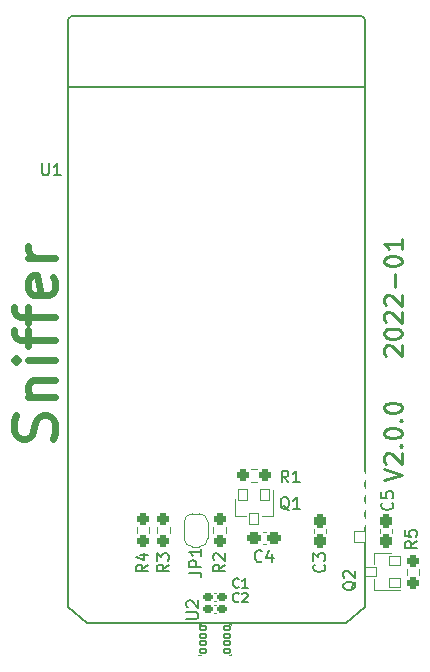
<source format=gbr>
%TF.GenerationSoftware,KiCad,Pcbnew,(6.0.10)*%
%TF.CreationDate,2023-01-02T18:22:58+01:00*%
%TF.ProjectId,sniffer,736e6966-6665-4722-9e6b-696361645f70,rev?*%
%TF.SameCoordinates,Original*%
%TF.FileFunction,Legend,Top*%
%TF.FilePolarity,Positive*%
%FSLAX46Y46*%
G04 Gerber Fmt 4.6, Leading zero omitted, Abs format (unit mm)*
G04 Created by KiCad (PCBNEW (6.0.10)) date 2023-01-02 18:22:58*
%MOMM*%
%LPD*%
G01*
G04 APERTURE LIST*
G04 Aperture macros list*
%AMRoundRect*
0 Rectangle with rounded corners*
0 $1 Rounding radius*
0 $2 $3 $4 $5 $6 $7 $8 $9 X,Y pos of 4 corners*
0 Add a 4 corners polygon primitive as box body*
4,1,4,$2,$3,$4,$5,$6,$7,$8,$9,$2,$3,0*
0 Add four circle primitives for the rounded corners*
1,1,$1+$1,$2,$3*
1,1,$1+$1,$4,$5*
1,1,$1+$1,$6,$7*
1,1,$1+$1,$8,$9*
0 Add four rect primitives between the rounded corners*
20,1,$1+$1,$2,$3,$4,$5,0*
20,1,$1+$1,$4,$5,$6,$7,0*
20,1,$1+$1,$6,$7,$8,$9,0*
20,1,$1+$1,$8,$9,$2,$3,0*%
%AMFreePoly0*
4,1,37,0.012350,0.794884,0.074210,0.794507,0.088231,0.792412,0.224052,0.751793,0.236921,0.745846,0.355883,0.668739,0.366566,0.659420,0.459104,0.552023,0.466742,0.540080,0.525419,0.411028,0.529398,0.397421,0.549495,0.257088,0.550000,0.250000,0.550000,-0.250000,0.549996,-0.250610,0.549847,-0.262826,0.549158,-0.270511,0.525638,-0.410312,0.521328,-0.423818,0.459516,-0.551397,
0.451589,-0.563150,0.356454,-0.668254,0.345546,-0.677309,0.224736,-0.751486,0.211726,-0.757116,0.074953,-0.794405,0.060885,-0.796158,0.011462,-0.795252,0.000000,-0.800000,-0.500000,-0.800000,-0.535355,-0.785355,-0.550000,-0.750000,-0.550000,0.750000,-0.535355,0.785355,-0.500000,0.800000,0.000000,0.800000,0.012350,0.794884,0.012350,0.794884,$1*%
%AMFreePoly1*
4,1,37,0.535355,0.785355,0.550000,0.750000,0.550000,-0.750000,0.535355,-0.785355,0.500000,-0.800000,0.000000,-0.800000,-0.012524,-0.794812,-0.080857,-0.793560,-0.094851,-0.791293,-0.230166,-0.749018,-0.242962,-0.742915,-0.360972,-0.664360,-0.371540,-0.654911,-0.462760,-0.546392,-0.470252,-0.534356,-0.527347,-0.404597,-0.531159,-0.390943,-0.548742,-0.256483,-0.547388,-0.256306,-0.550000,-0.250000,
-0.550000,0.250000,-0.549522,0.251153,-0.549368,0.263802,-0.527557,0.403879,-0.523412,0.417435,-0.463164,0.545760,-0.455381,0.557609,-0.361537,0.663867,-0.350741,0.673055,-0.230846,0.748703,-0.217905,0.754492,-0.081598,0.793449,-0.067552,0.795373,-0.011991,0.795033,0.000000,0.800000,0.500000,0.800000,0.535355,0.785355,0.535355,0.785355,$1*%
G04 Aperture macros list end*
%ADD10C,0.250000*%
%ADD11C,0.600000*%
%ADD12C,0.150000*%
%ADD13C,0.120000*%
%ADD14C,0.100000*%
%ADD15C,1.800000*%
%ADD16RoundRect,0.205000X0.212500X0.155000X-0.212500X0.155000X-0.212500X-0.155000X0.212500X-0.155000X0*%
%ADD17RoundRect,0.287500X0.237500X-0.250000X0.237500X0.250000X-0.237500X0.250000X-0.237500X-0.250000X0*%
%ADD18RoundRect,0.287500X-0.237500X0.250000X-0.237500X-0.250000X0.237500X-0.250000X0.237500X0.250000X0*%
%ADD19RoundRect,0.287500X0.250000X0.237500X-0.250000X0.237500X-0.250000X-0.237500X0.250000X-0.237500X0*%
%ADD20RoundRect,0.050000X0.250000X0.175000X-0.250000X0.175000X-0.250000X-0.175000X0.250000X-0.175000X0*%
%ADD21RoundRect,0.287500X0.237500X-0.300000X0.237500X0.300000X-0.237500X0.300000X-0.237500X-0.300000X0*%
%ADD22RoundRect,0.287500X-0.300000X-0.237500X0.300000X-0.237500X0.300000X0.237500X-0.300000X0.237500X0*%
%ADD23O,1.100000X1.100000*%
%ADD24RoundRect,0.050000X-0.500000X-0.500000X0.500000X-0.500000X0.500000X0.500000X-0.500000X0.500000X0*%
%ADD25C,2.300000*%
%ADD26FreePoly0,90.000000*%
%ADD27FreePoly1,90.000000*%
%ADD28RoundRect,0.050000X-0.400000X0.450000X-0.400000X-0.450000X0.400000X-0.450000X0.400000X0.450000X0*%
%ADD29RoundRect,0.050000X0.450000X0.400000X-0.450000X0.400000X-0.450000X-0.400000X0.450000X-0.400000X0*%
G04 APERTURE END LIST*
D10*
X114978571Y-110785714D02*
X116478571Y-110285714D01*
X114978571Y-109785714D01*
X115121428Y-109357142D02*
X115050000Y-109285714D01*
X114978571Y-109142857D01*
X114978571Y-108785714D01*
X115050000Y-108642857D01*
X115121428Y-108571428D01*
X115264285Y-108500000D01*
X115407142Y-108500000D01*
X115621428Y-108571428D01*
X116478571Y-109428571D01*
X116478571Y-108500000D01*
X116335714Y-107857142D02*
X116407142Y-107785714D01*
X116478571Y-107857142D01*
X116407142Y-107928571D01*
X116335714Y-107857142D01*
X116478571Y-107857142D01*
X114978571Y-106857142D02*
X114978571Y-106714285D01*
X115050000Y-106571428D01*
X115121428Y-106500000D01*
X115264285Y-106428571D01*
X115550000Y-106357142D01*
X115907142Y-106357142D01*
X116192857Y-106428571D01*
X116335714Y-106500000D01*
X116407142Y-106571428D01*
X116478571Y-106714285D01*
X116478571Y-106857142D01*
X116407142Y-107000000D01*
X116335714Y-107071428D01*
X116192857Y-107142857D01*
X115907142Y-107214285D01*
X115550000Y-107214285D01*
X115264285Y-107142857D01*
X115121428Y-107071428D01*
X115050000Y-107000000D01*
X114978571Y-106857142D01*
X116335714Y-105714285D02*
X116407142Y-105642857D01*
X116478571Y-105714285D01*
X116407142Y-105785714D01*
X116335714Y-105714285D01*
X116478571Y-105714285D01*
X114978571Y-104714285D02*
X114978571Y-104571428D01*
X115050000Y-104428571D01*
X115121428Y-104357142D01*
X115264285Y-104285714D01*
X115550000Y-104214285D01*
X115907142Y-104214285D01*
X116192857Y-104285714D01*
X116335714Y-104357142D01*
X116407142Y-104428571D01*
X116478571Y-104571428D01*
X116478571Y-104714285D01*
X116407142Y-104857142D01*
X116335714Y-104928571D01*
X116192857Y-105000000D01*
X115907142Y-105071428D01*
X115550000Y-105071428D01*
X115264285Y-105000000D01*
X115121428Y-104928571D01*
X115050000Y-104857142D01*
X114978571Y-104714285D01*
X115121428Y-100214285D02*
X115050000Y-100142857D01*
X114978571Y-100000000D01*
X114978571Y-99642857D01*
X115050000Y-99500000D01*
X115121428Y-99428571D01*
X115264285Y-99357142D01*
X115407142Y-99357142D01*
X115621428Y-99428571D01*
X116478571Y-100285714D01*
X116478571Y-99357142D01*
X114978571Y-98428571D02*
X114978571Y-98285714D01*
X115050000Y-98142857D01*
X115121428Y-98071428D01*
X115264285Y-98000000D01*
X115550000Y-97928571D01*
X115907142Y-97928571D01*
X116192857Y-98000000D01*
X116335714Y-98071428D01*
X116407142Y-98142857D01*
X116478571Y-98285714D01*
X116478571Y-98428571D01*
X116407142Y-98571428D01*
X116335714Y-98642857D01*
X116192857Y-98714285D01*
X115907142Y-98785714D01*
X115550000Y-98785714D01*
X115264285Y-98714285D01*
X115121428Y-98642857D01*
X115050000Y-98571428D01*
X114978571Y-98428571D01*
X115121428Y-97357142D02*
X115050000Y-97285714D01*
X114978571Y-97142857D01*
X114978571Y-96785714D01*
X115050000Y-96642857D01*
X115121428Y-96571428D01*
X115264285Y-96500000D01*
X115407142Y-96500000D01*
X115621428Y-96571428D01*
X116478571Y-97428571D01*
X116478571Y-96500000D01*
X115121428Y-95928571D02*
X115050000Y-95857142D01*
X114978571Y-95714285D01*
X114978571Y-95357142D01*
X115050000Y-95214285D01*
X115121428Y-95142857D01*
X115264285Y-95071428D01*
X115407142Y-95071428D01*
X115621428Y-95142857D01*
X116478571Y-96000000D01*
X116478571Y-95071428D01*
X115907142Y-94428571D02*
X115907142Y-93285714D01*
X114978571Y-92285714D02*
X114978571Y-92142857D01*
X115050000Y-92000000D01*
X115121428Y-91928571D01*
X115264285Y-91857142D01*
X115550000Y-91785714D01*
X115907142Y-91785714D01*
X116192857Y-91857142D01*
X116335714Y-91928571D01*
X116407142Y-92000000D01*
X116478571Y-92142857D01*
X116478571Y-92285714D01*
X116407142Y-92428571D01*
X116335714Y-92500000D01*
X116192857Y-92571428D01*
X115907142Y-92642857D01*
X115550000Y-92642857D01*
X115264285Y-92571428D01*
X115121428Y-92500000D01*
X115050000Y-92428571D01*
X114978571Y-92285714D01*
X116478571Y-90357142D02*
X116478571Y-91214285D01*
X116478571Y-90785714D02*
X114978571Y-90785714D01*
X115192857Y-90928571D01*
X115335714Y-91071428D01*
X115407142Y-91214285D01*
D11*
X86966666Y-107249999D02*
X87133333Y-106749999D01*
X87133333Y-105916666D01*
X86966666Y-105583333D01*
X86800000Y-105416666D01*
X86466666Y-105249999D01*
X86133333Y-105249999D01*
X85800000Y-105416666D01*
X85633333Y-105583333D01*
X85466666Y-105916666D01*
X85300000Y-106583333D01*
X85133333Y-106916666D01*
X84966666Y-107083333D01*
X84633333Y-107249999D01*
X84300000Y-107249999D01*
X83966666Y-107083333D01*
X83800000Y-106916666D01*
X83633333Y-106583333D01*
X83633333Y-105749999D01*
X83800000Y-105249999D01*
X84800000Y-103749999D02*
X87133333Y-103749999D01*
X85133333Y-103749999D02*
X84966666Y-103583333D01*
X84800000Y-103249999D01*
X84800000Y-102749999D01*
X84966666Y-102416666D01*
X85300000Y-102249999D01*
X87133333Y-102249999D01*
X87133333Y-100583333D02*
X84800000Y-100583333D01*
X83633333Y-100583333D02*
X83800000Y-100749999D01*
X83966666Y-100583333D01*
X83800000Y-100416666D01*
X83633333Y-100583333D01*
X83966666Y-100583333D01*
X84800000Y-99416666D02*
X84800000Y-98083333D01*
X87133333Y-98916666D02*
X84133333Y-98916666D01*
X83800000Y-98749999D01*
X83633333Y-98416666D01*
X83633333Y-98083333D01*
X84800000Y-97416666D02*
X84800000Y-96083333D01*
X87133333Y-96916666D02*
X84133333Y-96916666D01*
X83800000Y-96749999D01*
X83633333Y-96416666D01*
X83633333Y-96083333D01*
X86966666Y-93583333D02*
X87133333Y-93916666D01*
X87133333Y-94583333D01*
X86966666Y-94916666D01*
X86633333Y-95083333D01*
X85300000Y-95083333D01*
X84966666Y-94916666D01*
X84800000Y-94583333D01*
X84800000Y-93916666D01*
X84966666Y-93583333D01*
X85300000Y-93416666D01*
X85633333Y-93416666D01*
X85966666Y-95083333D01*
X87133333Y-91916666D02*
X84800000Y-91916666D01*
X85466666Y-91916666D02*
X85133333Y-91749999D01*
X84966666Y-91583333D01*
X84800000Y-91249999D01*
X84800000Y-90916666D01*
D12*
%TO.C,U1*%
X86038095Y-83952380D02*
X86038095Y-84761904D01*
X86085714Y-84857142D01*
X86133333Y-84904761D01*
X86228571Y-84952380D01*
X86419047Y-84952380D01*
X86514285Y-84904761D01*
X86561904Y-84857142D01*
X86609523Y-84761904D01*
X86609523Y-83952380D01*
X87609523Y-84952380D02*
X87038095Y-84952380D01*
X87323809Y-84952380D02*
X87323809Y-83952380D01*
X87228571Y-84095238D01*
X87133333Y-84190476D01*
X87038095Y-84238095D01*
%TO.C,C1*%
X102666666Y-119785714D02*
X102628571Y-119823809D01*
X102514285Y-119861904D01*
X102438095Y-119861904D01*
X102323809Y-119823809D01*
X102247619Y-119747619D01*
X102209523Y-119671428D01*
X102171428Y-119519047D01*
X102171428Y-119404761D01*
X102209523Y-119252380D01*
X102247619Y-119176190D01*
X102323809Y-119100000D01*
X102438095Y-119061904D01*
X102514285Y-119061904D01*
X102628571Y-119100000D01*
X102666666Y-119138095D01*
X103428571Y-119861904D02*
X102971428Y-119861904D01*
X103200000Y-119861904D02*
X103200000Y-119061904D01*
X103123809Y-119176190D01*
X103047619Y-119252380D01*
X102971428Y-119290476D01*
%TO.C,C2*%
X102666666Y-121035714D02*
X102628571Y-121073809D01*
X102514285Y-121111904D01*
X102438095Y-121111904D01*
X102323809Y-121073809D01*
X102247619Y-120997619D01*
X102209523Y-120921428D01*
X102171428Y-120769047D01*
X102171428Y-120654761D01*
X102209523Y-120502380D01*
X102247619Y-120426190D01*
X102323809Y-120350000D01*
X102438095Y-120311904D01*
X102514285Y-120311904D01*
X102628571Y-120350000D01*
X102666666Y-120388095D01*
X102971428Y-120388095D02*
X103009523Y-120350000D01*
X103085714Y-120311904D01*
X103276190Y-120311904D01*
X103352380Y-120350000D01*
X103390476Y-120388095D01*
X103428571Y-120464285D01*
X103428571Y-120540476D01*
X103390476Y-120654761D01*
X102933333Y-121111904D01*
X103428571Y-121111904D01*
%TO.C,R2*%
X101502380Y-117916666D02*
X101026190Y-118250000D01*
X101502380Y-118488095D02*
X100502380Y-118488095D01*
X100502380Y-118107142D01*
X100550000Y-118011904D01*
X100597619Y-117964285D01*
X100692857Y-117916666D01*
X100835714Y-117916666D01*
X100930952Y-117964285D01*
X100978571Y-118011904D01*
X101026190Y-118107142D01*
X101026190Y-118488095D01*
X100597619Y-117535714D02*
X100550000Y-117488095D01*
X100502380Y-117392857D01*
X100502380Y-117154761D01*
X100550000Y-117059523D01*
X100597619Y-117011904D01*
X100692857Y-116964285D01*
X100788095Y-116964285D01*
X100930952Y-117011904D01*
X101502380Y-117583333D01*
X101502380Y-116964285D01*
%TO.C,R3*%
X96752380Y-117916666D02*
X96276190Y-118250000D01*
X96752380Y-118488095D02*
X95752380Y-118488095D01*
X95752380Y-118107142D01*
X95800000Y-118011904D01*
X95847619Y-117964285D01*
X95942857Y-117916666D01*
X96085714Y-117916666D01*
X96180952Y-117964285D01*
X96228571Y-118011904D01*
X96276190Y-118107142D01*
X96276190Y-118488095D01*
X95752380Y-117583333D02*
X95752380Y-116964285D01*
X96133333Y-117297619D01*
X96133333Y-117154761D01*
X96180952Y-117059523D01*
X96228571Y-117011904D01*
X96323809Y-116964285D01*
X96561904Y-116964285D01*
X96657142Y-117011904D01*
X96704761Y-117059523D01*
X96752380Y-117154761D01*
X96752380Y-117440476D01*
X96704761Y-117535714D01*
X96657142Y-117583333D01*
%TO.C,R4*%
X95002380Y-117916666D02*
X94526190Y-118250000D01*
X95002380Y-118488095D02*
X94002380Y-118488095D01*
X94002380Y-118107142D01*
X94050000Y-118011904D01*
X94097619Y-117964285D01*
X94192857Y-117916666D01*
X94335714Y-117916666D01*
X94430952Y-117964285D01*
X94478571Y-118011904D01*
X94526190Y-118107142D01*
X94526190Y-118488095D01*
X94335714Y-117059523D02*
X95002380Y-117059523D01*
X93954761Y-117297619D02*
X94669047Y-117535714D01*
X94669047Y-116916666D01*
%TO.C,R5*%
X117752380Y-115916666D02*
X117276190Y-116250000D01*
X117752380Y-116488095D02*
X116752380Y-116488095D01*
X116752380Y-116107142D01*
X116800000Y-116011904D01*
X116847619Y-115964285D01*
X116942857Y-115916666D01*
X117085714Y-115916666D01*
X117180952Y-115964285D01*
X117228571Y-116011904D01*
X117276190Y-116107142D01*
X117276190Y-116488095D01*
X116752380Y-115011904D02*
X116752380Y-115488095D01*
X117228571Y-115535714D01*
X117180952Y-115488095D01*
X117133333Y-115392857D01*
X117133333Y-115154761D01*
X117180952Y-115059523D01*
X117228571Y-115011904D01*
X117323809Y-114964285D01*
X117561904Y-114964285D01*
X117657142Y-115011904D01*
X117704761Y-115059523D01*
X117752380Y-115154761D01*
X117752380Y-115392857D01*
X117704761Y-115488095D01*
X117657142Y-115535714D01*
%TO.C,R1*%
X106883333Y-110952380D02*
X106550000Y-110476190D01*
X106311904Y-110952380D02*
X106311904Y-109952380D01*
X106692857Y-109952380D01*
X106788095Y-110000000D01*
X106835714Y-110047619D01*
X106883333Y-110142857D01*
X106883333Y-110285714D01*
X106835714Y-110380952D01*
X106788095Y-110428571D01*
X106692857Y-110476190D01*
X106311904Y-110476190D01*
X107835714Y-110952380D02*
X107264285Y-110952380D01*
X107550000Y-110952380D02*
X107550000Y-109952380D01*
X107454761Y-110095238D01*
X107359523Y-110190476D01*
X107264285Y-110238095D01*
%TO.C,U2*%
X98252380Y-122511904D02*
X99061904Y-122511904D01*
X99157142Y-122464285D01*
X99204761Y-122416666D01*
X99252380Y-122321428D01*
X99252380Y-122130952D01*
X99204761Y-122035714D01*
X99157142Y-121988095D01*
X99061904Y-121940476D01*
X98252380Y-121940476D01*
X98347619Y-121511904D02*
X98300000Y-121464285D01*
X98252380Y-121369047D01*
X98252380Y-121130952D01*
X98300000Y-121035714D01*
X98347619Y-120988095D01*
X98442857Y-120940476D01*
X98538095Y-120940476D01*
X98680952Y-120988095D01*
X99252380Y-121559523D01*
X99252380Y-120940476D01*
%TO.C,C5*%
X115657142Y-112666666D02*
X115704761Y-112714285D01*
X115752380Y-112857142D01*
X115752380Y-112952380D01*
X115704761Y-113095238D01*
X115609523Y-113190476D01*
X115514285Y-113238095D01*
X115323809Y-113285714D01*
X115180952Y-113285714D01*
X114990476Y-113238095D01*
X114895238Y-113190476D01*
X114800000Y-113095238D01*
X114752380Y-112952380D01*
X114752380Y-112857142D01*
X114800000Y-112714285D01*
X114847619Y-112666666D01*
X114752380Y-111761904D02*
X114752380Y-112238095D01*
X115228571Y-112285714D01*
X115180952Y-112238095D01*
X115133333Y-112142857D01*
X115133333Y-111904761D01*
X115180952Y-111809523D01*
X115228571Y-111761904D01*
X115323809Y-111714285D01*
X115561904Y-111714285D01*
X115657142Y-111761904D01*
X115704761Y-111809523D01*
X115752380Y-111904761D01*
X115752380Y-112142857D01*
X115704761Y-112238095D01*
X115657142Y-112285714D01*
%TO.C,C3*%
X109907142Y-117916666D02*
X109954761Y-117964285D01*
X110002380Y-118107142D01*
X110002380Y-118202380D01*
X109954761Y-118345238D01*
X109859523Y-118440476D01*
X109764285Y-118488095D01*
X109573809Y-118535714D01*
X109430952Y-118535714D01*
X109240476Y-118488095D01*
X109145238Y-118440476D01*
X109050000Y-118345238D01*
X109002380Y-118202380D01*
X109002380Y-118107142D01*
X109050000Y-117964285D01*
X109097619Y-117916666D01*
X109002380Y-117583333D02*
X109002380Y-116964285D01*
X109383333Y-117297619D01*
X109383333Y-117154761D01*
X109430952Y-117059523D01*
X109478571Y-117011904D01*
X109573809Y-116964285D01*
X109811904Y-116964285D01*
X109907142Y-117011904D01*
X109954761Y-117059523D01*
X110002380Y-117154761D01*
X110002380Y-117440476D01*
X109954761Y-117535714D01*
X109907142Y-117583333D01*
%TO.C,C4*%
X104633333Y-117607142D02*
X104585714Y-117654761D01*
X104442857Y-117702380D01*
X104347619Y-117702380D01*
X104204761Y-117654761D01*
X104109523Y-117559523D01*
X104061904Y-117464285D01*
X104014285Y-117273809D01*
X104014285Y-117130952D01*
X104061904Y-116940476D01*
X104109523Y-116845238D01*
X104204761Y-116750000D01*
X104347619Y-116702380D01*
X104442857Y-116702380D01*
X104585714Y-116750000D01*
X104633333Y-116797619D01*
X105490476Y-117035714D02*
X105490476Y-117702380D01*
X105252380Y-116654761D02*
X105014285Y-117369047D01*
X105633333Y-117369047D01*
%TO.C,JP1*%
X98502380Y-118583333D02*
X99216666Y-118583333D01*
X99359523Y-118630952D01*
X99454761Y-118726190D01*
X99502380Y-118869047D01*
X99502380Y-118964285D01*
X99502380Y-118107142D02*
X98502380Y-118107142D01*
X98502380Y-117726190D01*
X98550000Y-117630952D01*
X98597619Y-117583333D01*
X98692857Y-117535714D01*
X98835714Y-117535714D01*
X98930952Y-117583333D01*
X98978571Y-117630952D01*
X99026190Y-117726190D01*
X99026190Y-118107142D01*
X99502380Y-116583333D02*
X99502380Y-117154761D01*
X99502380Y-116869047D02*
X98502380Y-116869047D01*
X98645238Y-116964285D01*
X98740476Y-117059523D01*
X98788095Y-117154761D01*
%TO.C,Q1*%
X106954761Y-113297619D02*
X106859523Y-113250000D01*
X106764285Y-113154761D01*
X106621428Y-113011904D01*
X106526190Y-112964285D01*
X106430952Y-112964285D01*
X106478571Y-113202380D02*
X106383333Y-113154761D01*
X106288095Y-113059523D01*
X106240476Y-112869047D01*
X106240476Y-112535714D01*
X106288095Y-112345238D01*
X106383333Y-112250000D01*
X106478571Y-112202380D01*
X106669047Y-112202380D01*
X106764285Y-112250000D01*
X106859523Y-112345238D01*
X106907142Y-112535714D01*
X106907142Y-112869047D01*
X106859523Y-113059523D01*
X106764285Y-113154761D01*
X106669047Y-113202380D01*
X106478571Y-113202380D01*
X107859523Y-113202380D02*
X107288095Y-113202380D01*
X107573809Y-113202380D02*
X107573809Y-112202380D01*
X107478571Y-112345238D01*
X107383333Y-112440476D01*
X107288095Y-112488095D01*
%TO.C,Q2*%
X112597619Y-119345238D02*
X112550000Y-119440476D01*
X112454761Y-119535714D01*
X112311904Y-119678571D01*
X112264285Y-119773809D01*
X112264285Y-119869047D01*
X112502380Y-119821428D02*
X112454761Y-119916666D01*
X112359523Y-120011904D01*
X112169047Y-120059523D01*
X111835714Y-120059523D01*
X111645238Y-120011904D01*
X111550000Y-119916666D01*
X111502380Y-119821428D01*
X111502380Y-119630952D01*
X111550000Y-119535714D01*
X111645238Y-119440476D01*
X111835714Y-119392857D01*
X112169047Y-119392857D01*
X112359523Y-119440476D01*
X112454761Y-119535714D01*
X112502380Y-119630952D01*
X112502380Y-119821428D01*
X111597619Y-119011904D02*
X111550000Y-118964285D01*
X111502380Y-118869047D01*
X111502380Y-118630952D01*
X111550000Y-118535714D01*
X111597619Y-118488095D01*
X111692857Y-118440476D01*
X111788095Y-118440476D01*
X111930952Y-118488095D01*
X112502380Y-119059523D01*
X112502380Y-118440476D01*
%TO.C,U1*%
X88525000Y-71500000D02*
G75*
G03*
X88225000Y-71800000I0J-300000D01*
G01*
X113375000Y-71800000D02*
G75*
G03*
X113075000Y-71500000I-300000J0D01*
G01*
X111800000Y-122894000D02*
X113375000Y-121500000D01*
X88225000Y-121500000D02*
X89800000Y-122894000D01*
X88225000Y-77500000D02*
X113375000Y-77500000D01*
X88525000Y-71500000D02*
X113075000Y-71500000D01*
X113375000Y-121500000D02*
X113375000Y-71800000D01*
X88225000Y-121500000D02*
X88225000Y-71800000D01*
X89800000Y-122894000D02*
X111800000Y-122894000D01*
D13*
%TO.C,C1*%
X100788835Y-121037000D02*
X100557165Y-121037000D01*
X100788835Y-120317000D02*
X100557165Y-120317000D01*
%TO.C,C2*%
X100788835Y-121333000D02*
X100557165Y-121333000D01*
X100788835Y-122053000D02*
X100557165Y-122053000D01*
%TO.C,R2*%
X101572500Y-115254724D02*
X101572500Y-114745276D01*
X100527500Y-115254724D02*
X100527500Y-114745276D01*
%TO.C,R3*%
X96822500Y-115254724D02*
X96822500Y-114745276D01*
X95777500Y-115254724D02*
X95777500Y-114745276D01*
%TO.C,R4*%
X95072500Y-115254724D02*
X95072500Y-114745276D01*
X94027500Y-115254724D02*
X94027500Y-114745276D01*
%TO.C,R5*%
X117959500Y-118263276D02*
X117959500Y-118772724D01*
X116914500Y-118263276D02*
X116914500Y-118772724D01*
%TO.C,R1*%
X104233224Y-110883500D02*
X103723776Y-110883500D01*
X104233224Y-109838500D02*
X103723776Y-109838500D01*
D14*
%TO.C,U2*%
X99323000Y-122900000D02*
X99473000Y-122900000D01*
X102023000Y-122900000D02*
X101873000Y-122900000D01*
X99473000Y-125600000D02*
X99223000Y-125600000D01*
X102023000Y-122900000D02*
X102023000Y-123050000D01*
X102023000Y-125600000D02*
X101873000Y-125600000D01*
X99323000Y-123050000D02*
X99323000Y-122900000D01*
X102033000Y-125600000D02*
X102033000Y-125450000D01*
D13*
%TO.C,C5*%
X114618000Y-115206267D02*
X114618000Y-114913733D01*
X115638000Y-115206267D02*
X115638000Y-114913733D01*
%TO.C,C3*%
X110050000Y-115206267D02*
X110050000Y-114913733D01*
X109030000Y-115206267D02*
X109030000Y-114913733D01*
%TO.C,C4*%
X104694733Y-116205000D02*
X104987267Y-116205000D01*
X104694733Y-115185000D02*
X104987267Y-115185000D01*
%TO.C,JP1*%
X98750000Y-113600000D02*
G75*
G03*
X98050000Y-114300000I0J-700000D01*
G01*
X100050000Y-114300000D02*
G75*
G03*
X99350000Y-113600000I-700000J0D01*
G01*
X99350000Y-116400000D02*
G75*
G03*
X100050000Y-115700000I0J700000D01*
G01*
X98050000Y-115700000D02*
G75*
G03*
X98750000Y-116400000I700000J0D01*
G01*
X98050000Y-115700000D02*
X98050000Y-114300000D01*
X98750000Y-113600000D02*
X99350000Y-113600000D01*
X100050000Y-114300000D02*
X100050000Y-115700000D01*
X99350000Y-116400000D02*
X98750000Y-116400000D01*
%TO.C,Q1*%
X102398500Y-113788000D02*
X103328500Y-113788000D01*
X105558500Y-113788000D02*
X104628500Y-113788000D01*
X105558500Y-113788000D02*
X105558500Y-111628000D01*
X102398500Y-113788000D02*
X102398500Y-112328000D01*
%TO.C,Q2*%
X114137000Y-116938000D02*
X115597000Y-116938000D01*
X114137000Y-120098000D02*
X116297000Y-120098000D01*
X114137000Y-120098000D02*
X114137000Y-119168000D01*
X114137000Y-116938000D02*
X114137000Y-117868000D01*
%TD*%
%LPC*%
D15*
%TO.C,U1*%
X112230000Y-78800000D03*
X112230000Y-81340000D03*
X112230000Y-83880000D03*
X112230000Y-86420000D03*
X112230000Y-88960000D03*
X112230000Y-91500000D03*
X112230000Y-94040000D03*
X112230000Y-96580000D03*
X112230000Y-99120000D03*
X112230000Y-101660000D03*
X112230000Y-104200000D03*
X112230000Y-106740000D03*
X89370000Y-78800000D03*
X89370000Y-81340000D03*
X89370000Y-83880000D03*
X89370000Y-86420000D03*
X89370000Y-88960000D03*
X89370000Y-91500000D03*
X89370000Y-94040000D03*
X89370000Y-96580000D03*
X89370000Y-99120000D03*
X89370000Y-101660000D03*
X89370000Y-104200000D03*
X89370000Y-106740000D03*
%TD*%
D16*
%TO.C,C1*%
X101240500Y-120677000D03*
X100105500Y-120677000D03*
%TD*%
%TO.C,C2*%
X100105500Y-121693000D03*
X101240500Y-121693000D03*
%TD*%
D17*
%TO.C,R2*%
X101050000Y-114087500D03*
X101050000Y-115912500D03*
%TD*%
%TO.C,R3*%
X96300000Y-114087500D03*
X96300000Y-115912500D03*
%TD*%
%TO.C,R4*%
X94550000Y-114087500D03*
X94550000Y-115912500D03*
%TD*%
D18*
%TO.C,R5*%
X117437000Y-117605500D03*
X117437000Y-119430500D03*
%TD*%
D19*
%TO.C,R1*%
X104891000Y-110361000D03*
X103066000Y-110361000D03*
%TD*%
D20*
%TO.C,U2*%
X99648000Y-125225000D03*
X99648000Y-124575000D03*
X99648000Y-123925000D03*
X99648000Y-123275000D03*
X101698000Y-123275000D03*
X101698000Y-123925000D03*
X101698000Y-124575000D03*
X101698000Y-125225000D03*
%TD*%
D21*
%TO.C,C5*%
X115128000Y-115922500D03*
X115128000Y-114197500D03*
%TD*%
%TO.C,C3*%
X109540000Y-114197500D03*
X109540000Y-115922500D03*
%TD*%
D22*
%TO.C,C4*%
X105703500Y-115695000D03*
X103978500Y-115695000D03*
%TD*%
D23*
%TO.C,J1*%
X111700000Y-114270000D03*
X111700000Y-115540000D03*
X111700000Y-111730000D03*
X112970000Y-110460000D03*
X111700000Y-110460000D03*
X112970000Y-114270000D03*
X111700000Y-113000000D03*
X112970000Y-111730000D03*
D24*
X112970000Y-115540000D03*
D23*
X112970000Y-113000000D03*
D25*
X85800000Y-118000000D03*
X115800000Y-85000000D03*
%TD*%
%TO.C,H4*%
X116050000Y-123250000D03*
%TD*%
%TO.C,H2*%
X116050000Y-79750000D03*
%TD*%
%TO.C,H3*%
X85550000Y-123250000D03*
%TD*%
%TO.C,H1*%
X85550000Y-79750000D03*
%TD*%
D26*
%TO.C,JP1*%
X99050000Y-114350000D03*
D27*
X99050000Y-115650000D03*
%TD*%
D28*
%TO.C,Q1*%
X103978500Y-114028000D03*
X103028500Y-112028000D03*
X104928500Y-112028000D03*
%TD*%
D29*
%TO.C,Q2*%
X115897000Y-119468000D03*
X115897000Y-117568000D03*
X113897000Y-118518000D03*
%TD*%
M02*

</source>
